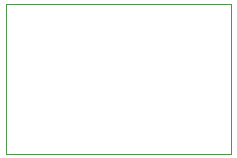
<source format=gbr>
%TF.GenerationSoftware,KiCad,Pcbnew,5.1.8-db9833491~87~ubuntu20.04.1*%
%TF.CreationDate,2020-11-21T16:44:56+09:00*%
%TF.ProjectId,ICM-42688-P_breakout,49434d2d-3432-4363-9838-2d505f627265,V1.0.0*%
%TF.SameCoordinates,Original*%
%TF.FileFunction,Profile,NP*%
%FSLAX46Y46*%
G04 Gerber Fmt 4.6, Leading zero omitted, Abs format (unit mm)*
G04 Created by KiCad (PCBNEW 5.1.8-db9833491~87~ubuntu20.04.1) date 2020-11-21 16:44:56*
%MOMM*%
%LPD*%
G01*
G04 APERTURE LIST*
%TA.AperFunction,Profile*%
%ADD10C,0.050000*%
%TD*%
G04 APERTURE END LIST*
D10*
X145415000Y-84455000D02*
X126365000Y-84455000D01*
X145415000Y-97155000D02*
X145415000Y-84455000D01*
X126365000Y-97155000D02*
X145415000Y-97155000D01*
X126365000Y-84455000D02*
X126365000Y-97155000D01*
M02*

</source>
